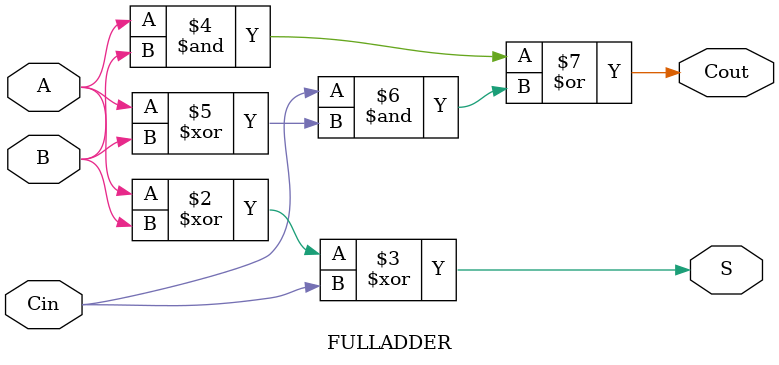
<source format=v>
module FULLADDER(S,Cout,
                 A,B,Cin);
output reg S, Cout;
input A,B,Cin;

always @(A or B or Cin) begin
S = A ^ B ^ Cin;
Cout = (A & B) | (Cin & (A ^ B));
end

endmodule

</source>
